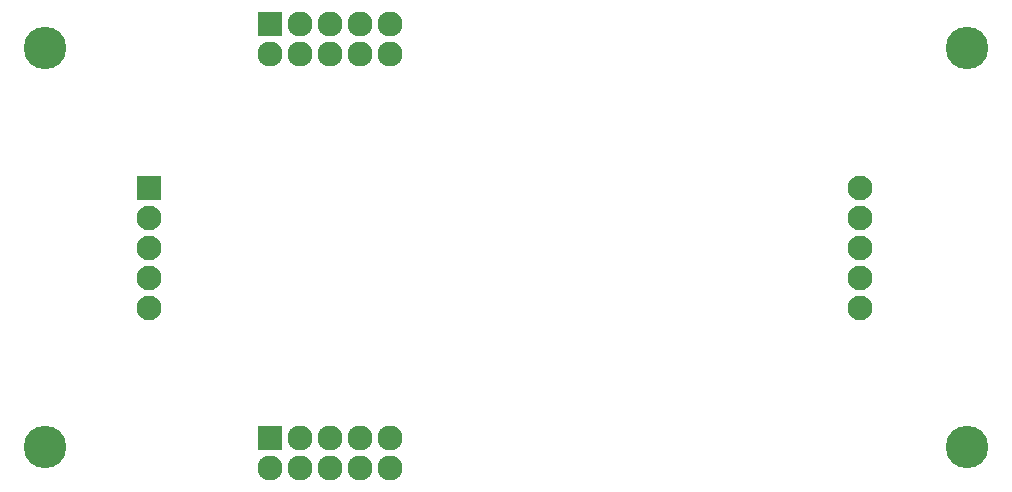
<source format=gbr>
%TF.GenerationSoftware,KiCad,Pcbnew,no-vcs-found-b05a40e~61~ubuntu16.04.1*%
%TF.CreationDate,2017-12-24T14:58:55+02:00*%
%TF.ProjectId,7-segment-block,372D7365676D656E742D626C6F636B2E,rev?*%
%TF.SameCoordinates,Original*%
%TF.FileFunction,Soldermask,Top*%
%TF.FilePolarity,Negative*%
%FSLAX46Y46*%
G04 Gerber Fmt 4.6, Leading zero omitted, Abs format (unit mm)*
G04 Created by KiCad (PCBNEW no-vcs-found-b05a40e~61~ubuntu16.04.1) date Sun Dec 24 14:58:55 2017*
%MOMM*%
%LPD*%
G01*
G04 APERTURE LIST*
%ADD10C,3.600000*%
%ADD11O,2.127200X2.127200*%
%ADD12R,2.127200X2.127200*%
%ADD13C,2.100000*%
%ADD14R,2.100000X2.100000*%
G04 APERTURE END LIST*
D10*
%TO.C,MK2*%
X122000000Y-51000000D03*
%TD*%
%TO.C,MK1*%
X122000000Y-84800000D03*
%TD*%
%TO.C,MK4*%
X200000000Y-84800000D03*
%TD*%
%TO.C,MK3*%
X200000000Y-51000000D03*
%TD*%
D11*
%TO.C,J1*%
X151160000Y-86540000D03*
X151160000Y-84000000D03*
X148620000Y-86540000D03*
X148620000Y-84000000D03*
X146080000Y-86540000D03*
X146080000Y-84000000D03*
X143540000Y-86540000D03*
X143540000Y-84000000D03*
X141000000Y-86540000D03*
D12*
X141000000Y-84000000D03*
%TD*%
D13*
%TO.C,AFF1*%
X190950000Y-62825000D03*
X190950000Y-65365000D03*
X190950000Y-67905000D03*
X190950000Y-70445000D03*
X190950000Y-72985000D03*
X130750000Y-72985000D03*
X130750000Y-70445000D03*
X130750000Y-67905000D03*
X130750000Y-65365000D03*
D14*
X130750000Y-62825000D03*
%TD*%
D12*
%TO.C,J2*%
X141000000Y-49000000D03*
D11*
X141000000Y-51540000D03*
X143540000Y-49000000D03*
X143540000Y-51540000D03*
X146080000Y-49000000D03*
X146080000Y-51540000D03*
X148620000Y-49000000D03*
X148620000Y-51540000D03*
X151160000Y-49000000D03*
X151160000Y-51540000D03*
%TD*%
M02*

</source>
